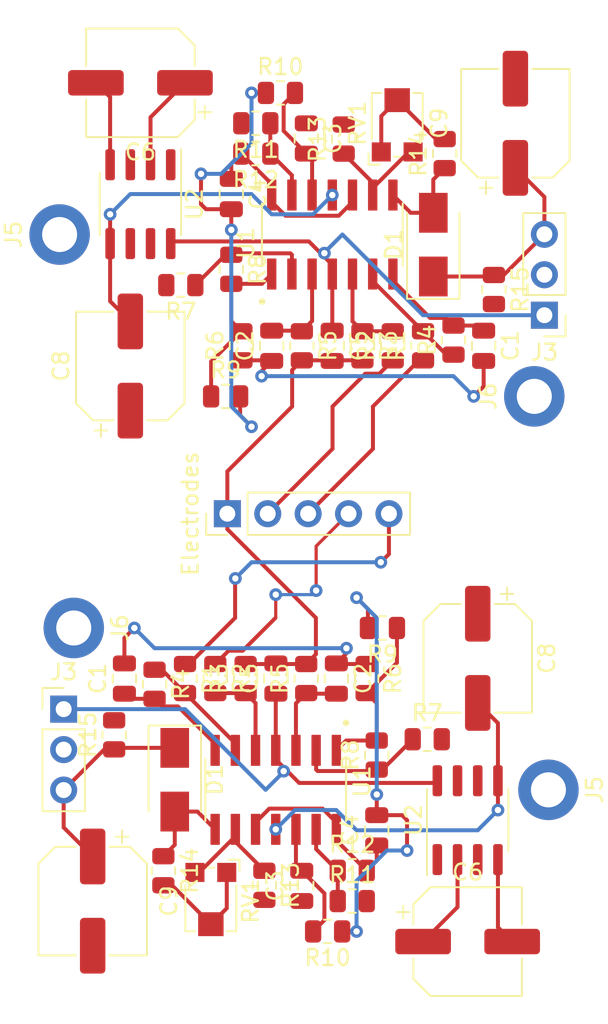
<source format=kicad_pcb>
(kicad_pcb (version 20211014) (generator pcbnew)
  (layers (0 "F.Cu" signal) (31 "B.Cu" signal) (34 "B.Paste" user) (35 "F.Paste" user) (36 "B.SilkS" user "B.Silkscreen") (37 "F.SilkS" user "F.Silkscreen") (38 "B.Mask" user) (39 "F.Mask" user) (44 "Edge.Cuts" user))
  (net 0 "")
  (footprint "Potentiometer_SMD:Potentiometer_Bourns_TC33X_Vertical" (layer "F.Cu") (at 145.812 40.005 90)
    (fp_text reference "RV1" (at 0 -2.5 90) (layer "F.SilkS"))
    (fp_text value "100k")
    (pad "1" smd rect (at -1.8 -1 90) (size 1.2 1.2) (layers "F.Cu" "F.Paste" "F.Mask"))
    (pad "2" smd rect (at 1.45 0 90) (size 1.5 1.6) (layers "F.Cu" "F.Paste" "F.Mask"))
    (pad "3" smd rect (at -1.8 1 90) (size 1.2 1.2) (layers "F.Cu" "F.Paste" "F.Mask"))
  )
  (footprint "Capacitor_SMD:C_0805_2012Metric" (layer "F.Cu") (at 138.186 74.865 90)
    (fp_text reference "C5" (at 0 -1.68 90) (layer "F.SilkS"))
    (fp_text value "100n")
    (pad "1" smd roundrect (at -0.95 0 90) (size 1 1.45) (layers "F.Cu" "F.Paste" "F.Mask"))
    (pad "2" smd roundrect (at 0.95 0 90) (size 1 1.45) (layers "F.Cu" "F.Paste" "F.Mask"))
  )
  (footprint "Resistor_SMD:R_0805_2012Metric" (layer "F.Cu") (at 136.922 40.005 180)
    (fp_text reference "R11" (at 0 -1.65) (layer "F.SilkS"))
    (fp_text value "18k")
    (pad "1" smd roundrect (at -0.9125 0 180) (size 1.025 1.4) (layers "F.Cu" "F.Paste" "F.Mask") (roundrect_rratio 0.243902439))
    (pad "2" smd roundrect (at 0.9125 0 180) (size 1.025 1.4) (layers "F.Cu" "F.Paste" "F.Mask") (roundrect_rratio 0.243902439))
  )
  (footprint "Resistor_SMD:R_0805_2012Metric" (layer "F.Cu") (at 145.532 53.975 90)
    (fp_text reference "R2" (at 0 -1.65 90) (layer "F.SilkS"))
    (fp_text value "1k")
    (pad "1" smd roundrect (at -0.9125 0 90) (size 1.025 1.4) (layers "F.Cu" "F.Paste" "F.Mask") (roundrect_rratio 0.243902439))
    (pad "2" smd roundrect (at 0.9125 0 90) (size 1.025 1.4) (layers "F.Cu" "F.Paste" "F.Mask") (roundrect_rratio 0.243902439))
  )
  (footprint "Package_SO:SOIC-8_3.9x4.9mm_P1.27mm" (layer "F.Cu") (at 129.667 45.085 -90)
    (fp_text reference "U2" (at 0 -3.4 90) (layer "F.SilkS"))
    (fp_text value "ICL7660")
    (pad "1" smd roundrect (at -2.475 -1.905 270) (size 1.95 0.6) (layers "F.Cu" "F.Paste" "F.Mask"))
    (pad "2" smd roundrect (at -2.475 -0.635 270) (size 1.95 0.6) (layers "F.Cu" "F.Paste" "F.Mask"))
    (pad "3" smd roundrect (at -2.475 0.635 270) (size 1.95 0.6) (layers "F.Cu" "F.Paste" "F.Mask"))
    (pad "4" smd roundrect (at -2.475 1.905 270) (size 1.95 0.6) (layers "F.Cu" "F.Paste" "F.Mask"))
    (pad "5" smd roundrect (at 2.475 1.905 270) (size 1.95 0.6) (layers "F.Cu" "F.Paste" "F.Mask"))
    (pad "6" smd roundrect (at 2.475 0.635 270) (size 1.95 0.6) (layers "F.Cu" "F.Paste" "F.Mask"))
    (pad "7" smd roundrect (at 2.475 -0.635 270) (size 1.95 0.6) (layers "F.Cu" "F.Paste" "F.Mask"))
    (pad "8" smd roundrect (at 2.475 -1.905 270) (size 1.95 0.6) (layers "F.Cu" "F.Paste" "F.Mask"))
  )
  (footprint "Capacitor_SMD:C_0805_2012Metric" (layer "F.Cu") (at 144.526 84.39 90)
    (fp_text reference "C4" (at 0 -1.68 90) (layer "F.SilkS"))
    (fp_text value "330n")
    (pad "1" smd roundrect (at -0.95 0 90) (size 1 1.45) (layers "F.Cu" "F.Paste" "F.Mask"))
    (pad "2" smd roundrect (at 0.95 0 90) (size 1 1.45) (layers "F.Cu" "F.Paste" "F.Mask"))
  )
  (footprint "Resistor_SMD:R_0805_2012Metric" (layer "F.Cu") (at 138.4695 38.1)
    (fp_text reference "R10" (at 0 -1.65) (layer "F.SilkS"))
    (fp_text value "1k")
    (pad "1" smd roundrect (at -0.9125 0) (size 1.025 1.4) (layers "F.Cu" "F.Paste" "F.Mask") (roundrect_rratio 0.243902439))
    (pad "2" smd roundrect (at 0.9125 0) (size 1.025 1.4) (layers "F.Cu" "F.Paste" "F.Mask") (roundrect_rratio 0.243902439))
  )
  (footprint "Resistor_SMD:R_0805_2012Metric" (layer "F.Cu") (at 147.701 78.675)
    (fp_text reference "R7" (at 0 -1.65) (layer "F.SilkS"))
    (fp_text value "18k")
    (pad "1" smd roundrect (at -0.9125 0) (size 1.025 1.4) (layers "F.Cu" "F.Paste" "F.Mask") (roundrect_rratio 0.243902439))
    (pad "2" smd roundrect (at 0.9125 0) (size 1.025 1.4) (layers "F.Cu" "F.Paste" "F.Mask") (roundrect_rratio 0.243902439))
  )
  (footprint "Resistor_SMD:R_0805_2012Metric" (layer "F.Cu") (at 131.111 86.93 -90)
    (fp_text reference "R14" (at 0 -1.65 90) (layer "F.SilkS"))
    (fp_text value "47k")
    (pad "1" smd roundrect (at -0.9125 0 270) (size 1.025 1.4) (layers "F.Cu" "F.Paste" "F.Mask") (roundrect_rratio 0.243902439))
    (pad "2" smd roundrect (at 0.9125 0 270) (size 1.025 1.4) (layers "F.Cu" "F.Paste" "F.Mask") (roundrect_rratio 0.243902439))
  )
  (footprint "Capacitor_SMD:C_0805_2012Metric" (layer "F.Cu") (at 141.986 74.865 -90)
    (fp_text reference "C2" (at 0 -1.68 90) (layer "F.SilkS"))
    (fp_text value "470n")
    (pad "1" smd roundrect (at -0.95 0 270) (size 1 1.45) (layers "F.Cu" "F.Paste" "F.Mask"))
    (pad "2" smd roundrect (at 0.95 0 270) (size 1 1.45) (layers "F.Cu" "F.Paste" "F.Mask"))
  )
  (footprint "Resistor_SMD:R_0805_2012Metric" (layer "F.Cu") (at 142.986 86.93)
    (fp_text reference "R12" (at 0 -1.65) (layer "F.SilkS"))
    (fp_text value "10k")
    (pad "1" smd roundrect (at -0.9125 0) (size 1.025 1.4) (layers "F.Cu" "F.Paste" "F.Mask") (roundrect_rratio 0.243902439))
    (pad "2" smd roundrect (at 0.9125 0) (size 1.025 1.4) (layers "F.Cu" "F.Paste" "F.Mask") (roundrect_rratio 0.243902439))
  )
  (footprint "Resistor_SMD:R_0805_2012Metric" (layer "F.Cu") (at 139.817 53.975 -90)
    (fp_text reference "R5" (at 0 -1.65 90) (layer "F.SilkS"))
    (fp_text value "15k")
    (pad "1" smd roundrect (at -0.9125 0 270) (size 1.025 1.4) (layers "F.Cu" "F.Paste" "F.Mask") (roundrect_rratio 0.243902439))
    (pad "2" smd roundrect (at 0.9125 0 270) (size 1.025 1.4) (layers "F.Cu" "F.Paste" "F.Mask") (roundrect_rratio 0.243902439))
  )
  (footprint "Capacitor_SMD:C_0805_2012Metric" (layer "F.Cu") (at 128.661 74.865 90)
    (fp_text reference "C1" (at 0 -1.68 90) (layer "F.SilkS"))
    (fp_text value "470n")
    (pad "1" smd roundrect (at -0.95 0 90) (size 1 1.45) (layers "F.Cu" "F.Paste" "F.Mask"))
    (pad "2" smd roundrect (at 0.95 0 90) (size 1 1.45) (layers "F.Cu" "F.Paste" "F.Mask"))
  )
  (footprint "Capacitor_SMD:CP_Elec_6.3x5.4" (layer "F.Cu") (at 126.666 88.835 -90)
    (fp_text reference "C9" (at 0 -4.795 90) (layer "F.SilkS"))
    (fp_text value "10u")
    (pad "1" smd roundrect (at -2.8 0 270) (size 3.5 1.6) (layers "F.Cu" "F.Paste" "F.Mask") (roundrect_rratio 0.15625))
    (pad "2" smd roundrect (at 2.8 0 270) (size 3.5 1.6) (layers "F.Cu" "F.Paste" "F.Mask") (roundrect_rratio 0.15625))
  )
  (footprint "Diode_SMD:D_SMA" (layer "F.Cu") (at 148.082 47.625 90)
    (fp_text reference "D1" (at 0 -2.5 90) (layer "F.SilkS"))
    (fp_text value "SS14")
    (pad "1" smd rect (at -2 0 90) (size 2.5 1.8) (layers "F.Cu" "F.Paste" "F.Mask"))
    (pad "2" smd rect (at 2 0 90) (size 2.5 1.8) (layers "F.Cu" "F.Paste" "F.Mask"))
  )
  (footprint "Resistor_SMD:R_0805_2012Metric" (layer "F.Cu") (at 151.892 50.4425 -90)
    (fp_text reference "R15" (at 0 -1.65 90) (layer "F.SilkS"))
    (fp_text value "18k")
    (pad "1" smd roundrect (at -0.9125 0 270) (size 1.025 1.4) (layers "F.Cu" "F.Paste" "F.Mask") (roundrect_rratio 0.243902439))
    (pad "2" smd roundrect (at 0.9125 0 270) (size 1.025 1.4) (layers "F.Cu" "F.Paste" "F.Mask") (roundrect_rratio 0.243902439))
  )
  (footprint "Capacitor_SMD:C_0805_2012Metric" (layer "F.Cu") (at 151.247 53.975 -90)
    (fp_text reference "C1" (at 0 -1.68 90) (layer "F.SilkS"))
    (fp_text value "470n")
    (pad "1" smd roundrect (at -0.95 0 270) (size 1 1.45) (layers "F.Cu" "F.Paste" "F.Mask"))
    (pad "2" smd roundrect (at 0.95 0 270) (size 1 1.45) (layers "F.Cu" "F.Paste" "F.Mask"))
  )
  (footprint "Resistor_SMD:R_0805_2012Metric" (layer "F.Cu") (at 128.016 78.3975 90)
    (fp_text reference "R15" (at 0 -1.65 90) (layer "F.SilkS"))
    (fp_text value "18k")
    (pad "1" smd roundrect (at -0.9125 0 90) (size 1.025 1.4) (layers "F.Cu" "F.Paste" "F.Mask") (roundrect_rratio 0.243902439))
    (pad "2" smd roundrect (at 0.9125 0 90) (size 1.025 1.4) (layers "F.Cu" "F.Paste" "F.Mask") (roundrect_rratio 0.243902439))
  )
  (footprint "Resistor_SMD:R_0805_2012Metric" (layer "F.Cu") (at 142.986 88.835)
    (fp_text reference "R11" (at 0 -1.65) (layer "F.SilkS"))
    (fp_text value "18k")
    (pad "1" smd roundrect (at -0.9125 0) (size 1.025 1.4) (layers "F.Cu" "F.Paste" "F.Mask") (roundrect_rratio 0.243902439))
    (pad "2" smd roundrect (at 0.9125 0) (size 1.025 1.4) (layers "F.Cu" "F.Paste" "F.Mask") (roundrect_rratio 0.243902439))
  )
  (footprint "Resistor_SMD:R_0805_2012Metric" (layer "F.Cu") (at 147.437 53.975 90)
    (fp_text reference "R1" (at 0 -1.65 90) (layer "F.SilkS"))
    (fp_text value "1k")
    (pad "1" smd roundrect (at -0.9125 0 90) (size 1.025 1.4) (layers "F.Cu" "F.Paste" "F.Mask") (roundrect_rratio 0.243902439))
    (pad "2" smd roundrect (at 0.9125 0 90) (size 1.025 1.4) (layers "F.Cu" "F.Paste" "F.Mask") (roundrect_rratio 0.243902439))
  )
  (footprint "Capacitor_SMD:CP_Elec_6.3x5.4" (layer "F.Cu") (at 129.032 55.245 90)
    (fp_text reference "C8" (at 0 -4.35 90) (layer "F.SilkS"))
    (fp_text value "10u")
    (pad "1" smd roundrect (at -2.8 0 90) (size 3.5 1.6) (layers "F.Cu" "F.Paste" "F.Mask") (roundrect_rratio 0.15625))
    (pad "2" smd roundrect (at 2.8 0 90) (size 3.5 1.6) (layers "F.Cu" "F.Paste" "F.Mask") (roundrect_rratio 0.15625))
  )
  (footprint "MountingHole:MountingHole_2.2mm_M2_DIN965_Pad" (layer "F.Cu") (at 124.587 46.99 90)
    (fp_text reference "J5" (at 0 -2.9 90) (layer "F.SilkS"))
    (fp_text value "MountingHole")
    (pad "1" thru_hole circle (at 0 0 90) (size 3.8 3.8) (drill 2.2) (layers *.Cu *.Mask))
  )
  (footprint "Resistor_SMD:R_0805_2012Metric" (layer "F.Cu") (at 135.0245 57.15)
    (fp_text reference "R9" (at 0 -1.65) (layer "F.SilkS"))
    (fp_text value "1k")
    (pad "1" smd roundrect (at -0.9125 0) (size 1.025 1.4) (layers "F.Cu" "F.Paste" "F.Mask") (roundrect_rratio 0.243902439))
    (pad "2" smd roundrect (at 0.9125 0) (size 1.025 1.4) (layers "F.Cu" "F.Paste" "F.Mask") (roundrect_rratio 0.243902439))
  )
  (footprint "Capacitor_SMD:CP_Elec_6.3x5.4" (layer "F.Cu") (at 150.876 73.595 -90)
    (fp_text reference "C8" (at 0 -4.35 90) (layer "F.SilkS"))
    (fp_text value "10u")
    (pad "1" smd roundrect (at -2.8 0 270) (size 3.5 1.6) (layers "F.Cu" "F.Paste" "F.Mask") (roundrect_rratio 0.15625))
    (pad "2" smd roundrect (at 2.8 0 270) (size 3.5 1.6) (layers "F.Cu" "F.Paste" "F.Mask") (roundrect_rratio 0.15625))
  )
  (footprint "MountingHole:MountingHole_2.2mm_M2_DIN965_Pad" (layer "F.Cu") (at 154.432 57.15 90)
    (fp_text reference "J6" (at 0 -2.9 90) (layer "F.SilkS"))
    (fp_text value "MountingHole")
    (pad "1" thru_hole circle (at 0 0 90) (size 3.8 3.8) (drill 2.2) (layers *.Cu *.Mask))
  )
  (footprint "Capacitor_SMD:C_0805_2012Metric" (layer "F.Cu") (at 135.382 44.45 -90)
    (fp_text reference "C4" (at 0 -1.68 90) (layer "F.SilkS"))
    (fp_text value "330n")
    (pad "1" smd roundrect (at -0.95 0 270) (size 1 1.45) (layers "F.Cu" "F.Paste" "F.Mask"))
    (pad "2" smd roundrect (at 0.95 0 270) (size 1 1.45) (layers "F.Cu" "F.Paste" "F.Mask"))
  )
  (footprint "Resistor_SMD:R_0805_2012Metric" (layer "F.Cu") (at 143.891 74.865 -90)
    (fp_text reference "R6" (at 0 -1.65 90) (layer "F.SilkS"))
    (fp_text value "15k")
    (pad "1" smd roundrect (at -0.9125 0 270) (size 1.025 1.4) (layers "F.Cu" "F.Paste" "F.Mask") (roundrect_rratio 0.243902439))
    (pad "2" smd roundrect (at 0.9125 0 270) (size 1.025 1.4) (layers "F.Cu" "F.Paste" "F.Mask") (roundrect_rratio 0.243902439))
  )
  (footprint "Resistor_SMD:R_0805_2012Metric" (layer "F.Cu") (at 136.017 53.975 90)
    (fp_text reference "R6" (at 0 -1.65 90) (layer "F.SilkS"))
    (fp_text value "15k")
    (pad "1" smd roundrect (at -0.9125 0 90) (size 1.025 1.4) (layers "F.Cu" "F.Paste" "F.Mask") (roundrect_rratio 0.243902439))
    (pad "2" smd roundrect (at 0.9125 0 90) (size 1.025 1.4) (layers "F.Cu" "F.Paste" "F.Mask") (roundrect_rratio 0.243902439))
  )
  (footprint "Resistor_SMD:R_0805_2012Metric" (layer "F.Cu") (at 149.352 53.6175 90)
    (fp_text reference "R4" (at 0 -1.65 90) (layer "F.SilkS"))
    (fp_text value "47k")
    (pad "1" smd roundrect (at -0.9125 0 90) (size 1.025 1.4) (layers "F.Cu" "F.Paste" "F.Mask") (roundrect_rratio 0.243902439))
    (pad "2" smd roundrect (at 0.9125 0 90) (size 1.025 1.4) (layers "F.Cu" "F.Paste" "F.Mask") (roundrect_rratio 0.243902439))
  )
  (footprint "Resistor_SMD:R_0805_2012Metric" (layer "F.Cu") (at 140.091 74.865 90)
    (fp_text reference "R5" (at 0 -1.65 90) (layer "F.SilkS"))
    (fp_text value "15k")
    (pad "1" smd roundrect (at -0.9125 0 90) (size 1.025 1.4) (layers "F.Cu" "F.Paste" "F.Mask") (roundrect_rratio 0.243902439))
    (pad "2" smd roundrect (at 0.9125 0 90) (size 1.025 1.4) (layers "F.Cu" "F.Paste" "F.Mask") (roundrect_rratio 0.243902439))
  )
  (footprint "Resistor_SMD:R_0805_2012Metric" (layer "F.Cu") (at 136.922 41.91 180)
    (fp_text reference "R12" (at 0 -1.65) (layer "F.SilkS"))
    (fp_text value "10k")
    (pad "1" smd roundrect (at -0.9125 0 180) (size 1.025 1.4) (layers "F.Cu" "F.Paste" "F.Mask") (roundrect_rratio 0.243902439))
    (pad "2" smd roundrect (at 0.9125 0 180) (size 1.025 1.4) (layers "F.Cu" "F.Paste" "F.Mask") (roundrect_rratio 0.243902439))
  )
  (footprint "Capacitor_SMD:CP_Elec_6.3x5.4" (layer "F.Cu") (at 150.241 91.375)
    (fp_text reference "C6" (at 0 -4.35) (layer "F.SilkS"))
    (fp_text value "10u")
    (pad "1" smd roundrect (at -2.8 0) (size 3.5 1.6) (layers "F.Cu" "F.Paste" "F.Mask") (roundrect_rratio 0.15625))
    (pad "2" smd roundrect (at 2.8 0) (size 3.5 1.6) (layers "F.Cu" "F.Paste" "F.Mask") (roundrect_rratio 0.15625))
  )
  (footprint "Resistor_SMD:R_0805_2012Metric" (layer "F.Cu") (at 144.526 79.6675 90)
    (fp_text reference "R8" (at 0 -1.65 90) (layer "F.SilkS"))
    (fp_text value "10k")
    (pad "1" smd roundrect (at -0.9125 0 90) (size 1.025 1.4) (layers "F.Cu" "F.Paste" "F.Mask") (roundrect_rratio 0.243902439))
    (pad "2" smd roundrect (at 0.9125 0 90) (size 1.025 1.4) (layers "F.Cu" "F.Paste" "F.Mask") (roundrect_rratio 0.243902439))
  )
  (footprint "Resistor_SMD:R_0805_2012Metric" (layer "F.Cu") (at 134.376 74.865 -90)
    (fp_text reference "R2" (at 0 -1.65 90) (layer "F.SilkS"))
    (fp_text value "1k")
    (pad "1" smd roundrect (at -0.9125 0 270) (size 1.025 1.4) (layers "F.Cu" "F.Paste" "F.Mask") (roundrect_rratio 0.243902439))
    (pad "2" smd roundrect (at 0.9125 0 270) (size 1.025 1.4) (layers "F.Cu" "F.Paste" "F.Mask") (roundrect_rratio 0.243902439))
  )
  (footprint "Connector_PinHeader_2.54mm:PinHeader_1x05_P2.54mm_Vertical" (layer "F.Cu") (at 135.133 64.516 90)
    (fp_text reference "Electrodes" (at 0 -2.33 90) (layer "F.SilkS"))
    (fp_text value " ")
    (pad "1" thru_hole rect (at 0 0 90) (size 1.7 1.7) (drill 1) (layers *.Cu *.Mask))
    (pad "2" thru_hole oval (at 0 2.54 90) (size 1.7 1.7) (drill 1) (layers *.Cu *.Mask))
    (pad "3" thru_hole oval (at 0 5.08 90) (size 1.7 1.7) (drill 1) (layers *.Cu *.Mask))
    (pad "4" thru_hole oval (at 0 7.62 90) (size 1.7 1.7) (drill 1) (layers *.Cu *.Mask))
    (pad "5" thru_hole oval (at 0 10.16 90) (size 1.7 1.7) (drill 1) (layers *.Cu *.Mask))
  )
  (footprint "Resistor_SMD:R_0805_2012Metric" (layer "F.Cu") (at 143.627 53.975 -90)
    (fp_text reference "R3" (at 0 -1.65 90) (layer "F.SilkS"))
    (fp_text value "47k")
    (pad "1" smd roundrect (at -0.9125 0 270) (size 1.025 1.4) (layers "F.Cu" "F.Paste" "F.Mask") (roundrect_rratio 0.243902439))
    (pad "2" smd roundrect (at 0.9125 0 270) (size 1.025 1.4) (layers "F.Cu" "F.Paste" "F.Mask") (roundrect_rratio 0.243902439))
  )
  (footprint "Connector_PinHeader_2.54mm:PinHeader_1x03_P2.54mm_Vertical" (layer "F.Cu") (at 124.841 76.785)
    (fp_text reference "J3" (at 0 -2.33) (layer "F.SilkS"))
    (fp_text value "MCU_out")
    (pad "1" thru_hole rect (at 0 0) (size 1.7 1.7) (drill 1) (layers *.Cu *.Mask))
    (pad "2" thru_hole oval (at 0 2.54) (size 1.7 1.7) (drill 1) (layers *.Cu *.Mask))
    (pad "3" thru_hole oval (at 0 5.08) (size 1.7 1.7) (drill 1) (layers *.Cu *.Mask))
  )
  (footprint "Resistor_SMD:R_0805_2012Metric" (layer "F.Cu") (at 135.382 49.1725 -90)
    (fp_text reference "R8" (at 0 -1.65 90) (layer "F.SilkS"))
    (fp_text value "10k")
    (pad "1" smd roundrect (at -0.9125 0 270) (size 1.025 1.4) (layers "F.Cu" "F.Paste" "F.Mask") (roundrect_rratio 0.243902439))
    (pad "2" smd roundrect (at 0.9125 0 270) (size 1.025 1.4) (layers "F.Cu" "F.Paste" "F.Mask") (roundrect_rratio 0.243902439))
  )
  (footprint "Resistor_SMD:R_0805_2012Metric" (layer "F.Cu") (at 130.556 75.2225 -90)
    (fp_text reference "R4" (at 0 -1.65 90) (layer "F.SilkS"))
    (fp_text value "47k")
    (pad "1" smd roundrect (at -0.9125 0 270) (size 1.025 1.4) (layers "F.Cu" "F.Paste" "F.Mask") (roundrect_rratio 0.243902439))
    (pad "2" smd roundrect (at 0.9125 0 270) (size 1.025 1.4) (layers "F.Cu" "F.Paste" "F.Mask") (roundrect_rratio 0.243902439))
  )
  (footprint "Resistor_SMD:R_0805_2012Metric" (layer "F.Cu") (at 144.8835 71.69 180)
    (fp_text reference "R9" (at 0 -1.65) (layer "F.SilkS"))
    (fp_text value "1k")
    (pad "1" smd roundrect (at -0.9125 0 180) (size 1.025 1.4) (layers "F.Cu" "F.Paste" "F.Mask") (roundrect_rratio 0.243902439))
    (pad "2" smd roundrect (at 0.9125 0 180) (size 1.025 1.4) (layers "F.Cu" "F.Paste" "F.Mask") (roundrect_rratio 0.243902439))
  )
  (footprint "Capacitor_SMD:C_0805_2012Metric" (layer "F.Cu") (at 141.722 53.975 -90)
    (fp_text reference "C5" (at 0 -1.68 90) (layer "F.SilkS"))
    (fp_text value "100n")
    (pad "1" smd roundrect (at -0.95 0 270) (size 1 1.45) (layers "F.Cu" "F.Paste" "F.Mask"))
    (pad "2" smd roundrect (at 0.95 0 270) (size 1 1.45) (layers "F.Cu" "F.Paste" "F.Mask"))
  )
  (footprint "Resistor_SMD:R_0805_2012Metric" (layer "F.Cu") (at 148.797 41.91 90)
    (fp_text reference "R14" (at 0 -1.65 90) (layer "F.SilkS"))
    (fp_text value "47k")
    (pad "1" smd roundrect (at -0.9125 0 90) (size 1.025 1.4) (layers "F.Cu" "F.Paste" "F.Mask") (roundrect_rratio 0.243902439))
    (pad "2" smd roundrect (at 0.9125 0 90) (size 1.025 1.4) (layers "F.Cu" "F.Paste" "F.Mask") (roundrect_rratio 0.243902439))
  )
  (footprint "MountingHole:MountingHole_2.2mm_M2_DIN965_Pad" (layer "F.Cu") (at 155.321 81.85 -90)
    (fp_text reference "J5" (at 0 -2.9 90) (layer "F.SilkS"))
    (fp_text value "MountingHole")
    (pad "1" thru_hole circle (at 0 0 270) (size 3.8 3.8) (drill 2.2) (layers *.Cu *.Mask))
  )
  (footprint "MountingHole:MountingHole_2.2mm_M2_DIN965_Pad" (layer "F.Cu") (at 125.476 71.69 -90)
    (fp_text reference "J6" (at 0 -2.9 90) (layer "F.SilkS"))
    (fp_text value "MountingHole")
    (pad "1" thru_hole circle (at 0 0 270) (size 3.8 3.8) (drill 2.2) (layers *.Cu *.Mask))
  )
  (footprint "SOIC14 5:SOIC127P600X175-14N" (layer "F.Cu") (at 141.732 46.99 90)
    (fp_text reference "U1" (at -0.53 -5.432 90) (layer "F.SilkS"))
    (fp_text value "LM324")
    (pad "1" smd roundrect (at -2.48 -3.81 90) (size 1.95 0.59) (layers "F.Cu" "F.Paste" "F.Mask") (roundrect_rratio 0.07))
    (pad "2" smd roundrect (at -2.48 -2.54 90) (size 1.95 0.59) (layers "F.Cu" "F.Paste" "F.Mask") (roundrect_rratio 0.07))
    (pad "3" smd roundrect (at -2.48 -1.27 90) (size 1.95 0.59) (layers "F.Cu" "F.Paste" "F.Mask") (roundrect_rratio 0.07))
    (pad "4" smd roundrect (at -2.48 0 90) (size 1.95 0.59) (layers "F.Cu" "F.Paste" "F.Mask") (roundrect_rratio 0.07))
    (pad "5" smd roundrect (at -2.48 1.27 90) (size 1.95 0.59) (layers "F.Cu" "F.Paste" "F.Mask") (roundrect_rratio 0.07))
    (pad "6" smd roundrect (at -2.48 2.54 90) (size 1.95 0.59) (layers "F.Cu" "F.Paste" "F.Mask") (roundrect_rratio 0.07))
    (pad "7" smd roundrect (at -2.48 3.81 90) (size 1.95 0.59) (layers "F.Cu" "F.Paste" "F.Mask") (roundrect_rratio 0.07))
    (pad "8" smd roundrect (at 2.48 3.81 90) (size 1.95 0.59) (layers "F.Cu" "F.Paste" "F.Mask") (roundrect_rratio 0.07))
    (pad "9" smd roundrect (at 2.48 2.54 90) (size 1.95 0.59) (layers "F.Cu" "F.Paste" "F.Mask") (roundrect_rratio 0.07))
    (pad "10" smd roundrect (at 2.48 1.27 90) (size 1.95 0.59) (layers "F.Cu" "F.Paste" "F.Mask") (roundrect_rratio 0.07))
    (pad "11" smd roundrect (at 2.48 0 90) (size 1.95 0.59) (layers "F.Cu" "F.Paste" "F.Mask") (roundrect_rratio 0.07))
    (pad "12" smd roundrect (at 2.48 -1.27 90) (size 1.95 0.59) (layers "F.Cu" "F.Paste" "F.Mask") (roundrect_rratio 0.07))
    (pad "13" smd roundrect (at 2.48 -2.54 90) (size 1.95 0.59) (layers "F.Cu" "F.Paste" "F.Mask") (roundrect_rratio 0.07))
    (pad "14" smd roundrect (at 2.48 -3.81 90) (size 1.95 0.59) (layers "F.Cu" "F.Paste" "F.Mask") (roundrect_rratio 0.07))
  )
  (footprint "Resistor_SMD:R_0805_2012Metric" (layer "F.Cu") (at 132.207 50.165 180)
    (fp_text reference "R7" (at 0 -1.65) (layer "F.SilkS"))
    (fp_text value "18k")
    (pad "1" smd roundrect (at -0.9125 0 180) (size 1.025 1.4) (layers "F.Cu" "F.Paste" "F.Mask") (roundrect_rratio 0.243902439))
    (pad "2" smd roundrect (at 0.9125 0 180) (size 1.025 1.4) (layers "F.Cu" "F.Paste" "F.Mask") (roundrect_rratio 0.243902439))
  )
  (footprint "Diode_SMD:D_SMA" (layer "F.Cu") (at 131.826 81.215 -90)
    (fp_text reference "D1" (at 0 -2.5 90) (layer "F.SilkS"))
    (fp_text value "SS14")
    (pad "1" smd rect (at -2 0 270) (size 2.5 1.8) (layers "F.Cu" "F.Paste" "F.Mask"))
    (pad "2" smd rect (at 2 0 270) (size 2.5 1.8) (layers "F.Cu" "F.Paste" "F.Mask"))
  )
  (footprint "Capacitor_SMD:CP_Elec_6.3x5.4" (layer "F.Cu") (at 129.667 37.465 180)
    (fp_text reference "C6" (at 0 -4.35) (layer "F.SilkS"))
    (fp_text value "10u")
    (pad "1" smd roundrect (at -2.8 0 180) (size 3.5 1.6) (layers "F.Cu" "F.Paste" "F.Mask") (roundrect_rratio 0.15625))
    (pad "2" smd roundrect (at 2.8 0 180) (size 3.5 1.6) (layers "F.Cu" "F.Paste" "F.Mask") (roundrect_rratio 0.15625))
  )
  (footprint "Resistor_SMD:R_0805_2012Metric" (layer "F.Cu") (at 141.4385 90.74 180)
    (fp_text reference "R10" (at 0 -1.65) (layer "F.SilkS"))
    (fp_text value "1k")
    (pad "1" smd roundrect (at -0.9125 0 180) (size 1.025 1.4) (layers "F.Cu" "F.Paste" "F.Mask") (roundrect_rratio 0.243902439))
    (pad "2" smd roundrect (at 0.9125 0 180) (size 1.025 1.4) (layers "F.Cu" "F.Paste" "F.Mask") (roundrect_rratio 0.243902439))
  )
  (footprint "Package_SO:SOIC-8_3.9x4.9mm_P1.27mm" (layer "F.Cu") (at 150.241 83.755 90)
    (fp_text reference "U2" (at 0 -3.4 90) (layer "F.SilkS"))
    (fp_text value "ICL7660")
    (pad "1" smd roundrect (at -2.475 -1.905 90) (size 1.95 0.6) (layers "F.Cu" "F.Paste" "F.Mask"))
    (pad "2" smd roundrect (at -2.475 -0.635 90) (size 1.95 0.6) (layers "F.Cu" "F.Paste" "F.Mask"))
    (pad "3" smd roundrect (at -2.475 0.635 90) (size 1.95 0.6) (layers "F.Cu" "F.Paste" "F.Mask"))
    (pad "4" smd roundrect (at -2.475 1.905 90) (size 1.95 0.6) (layers "F.Cu" "F.Paste" "F.Mask"))
    (pad "5" smd roundrect (at 2.475 1.905 90) (size 1.95 0.6) (layers "F.Cu" "F.Paste" "F.Mask"))
    (pad "6" smd roundrect (at 2.475 0.635 90) (size 1.95 0.6) (layers "F.Cu" "F.Paste" "F.Mask"))
    (pad "7" smd roundrect (at 2.475 -0.635 90) (size 1.95 0.6) (layers "F.Cu" "F.Paste" "F.Mask"))
    (pad "8" smd roundrect (at 2.475 -1.905 90) (size 1.95 0.6) (layers "F.Cu" "F.Paste" "F.Mask"))
  )
  (footprint "Capacitor_SMD:CP_Elec_6.3x5.4" (layer "F.Cu") (at 153.242 40.005 90)
    (fp_text reference "C9" (at 0 -4.795 90) (layer "F.SilkS"))
    (fp_text value "10u")
    (pad "1" smd roundrect (at -2.8 0 90) (size 3.5 1.6) (layers "F.Cu" "F.Paste" "F.Mask") (roundrect_rratio 0.15625))
    (pad "2" smd roundrect (at 2.8 0 90) (size 3.5 1.6) (layers "F.Cu" "F.Paste" "F.Mask") (roundrect_rratio 0.15625))
  )
  (footprint "Capacitor_SMD:C_0805_2012Metric" (layer "F.Cu") (at 139.811 87.88 90)
    (fp_text reference "C3" (at 0 -1.68 90) (layer "F.SilkS"))
    (fp_text value "330n")
    (pad "1" smd roundrect (at -0.95 0 90) (size 1 1.45) (layers "F.Cu" "F.Paste" "F.Mask"))
    (pad "2" smd roundrect (at 0.95 0 90) (size 1 1.45) (layers "F.Cu" "F.Paste" "F.Mask"))
  )
  (footprint "Resistor_SMD:R_0805_2012Metric" (layer "F.Cu") (at 142.447 40.9975 90)
    (fp_text reference "R13" (at 0 -1.65 90) (layer "F.SilkS"))
    (fp_text value "1k")
    (pad "1" smd roundrect (at -0.9125 0 90) (size 1.025 1.4) (layers "F.Cu" "F.Paste" "F.Mask") (roundrect_rratio 0.243902439))
    (pad "2" smd roundrect (at 0.9125 0 90) (size 1.025 1.4) (layers "F.Cu" "F.Paste" "F.Mask") (roundrect_rratio 0.243902439))
  )
  (footprint "Capacitor_SMD:C_0805_2012Metric" (layer "F.Cu") (at 140.097 40.96 -90)
    (fp_text reference "C3" (at 0 -1.68 90) (layer "F.SilkS"))
    (fp_text value "330n")
    (pad "1" smd roundrect (at -0.95 0 270) (size 1 1.45) (layers "F.Cu" "F.Paste" "F.Mask"))
    (pad "2" smd roundrect (at 0.95 0 270) (size 1 1.45) (layers "F.Cu" "F.Paste" "F.Mask"))
  )
  (footprint "SOIC14 5:SOIC127P600X175-14N" (layer "F.Cu") (at 138.176 81.85 -90)
    (fp_text reference "U1" (at -0.53 -5.432 90) (layer "F.SilkS"))
    (fp_text value "LM324")
    (pad "1" smd roundrect (at -2.48 -3.81 270) (size 1.95 0.59) (layers "F.Cu" "F.Paste" "F.Mask") (roundrect_rratio 0.07))
    (pad "2" smd roundrect (at -2.48 -2.54 270) (size 1.95 0.59) (layers "F.Cu" "F.Paste" "F.Mask") (roundrect_rratio 0.07))
    (pad "3" smd roundrect (at -2.48 -1.27 270) (size 1.95 0.59) (layers "F.Cu" "F.Paste" "F.Mask") (roundrect_rratio 0.07))
    (pad "4" smd roundrect (at -2.48 0 270) (size 1.95 0.59) (layers "F.Cu" "F.Paste" "F.Mask") (roundrect_rratio 0.07))
    (pad "5" smd roundrect (at -2.48 1.27 270) (size 1.95 0.59) (layers "F.Cu" "F.Paste" "F.Mask") (roundrect_rratio 0.07))
    (pad "6" smd roundrect (at -2.48 2.54 270) (size 1.95 0.59) (layers "F.Cu" "F.Paste" "F.Mask") (roundrect_rratio 0.07))
    (pad "7" smd roundrect (at -2.48 3.81 270) (size 1.95 0.59) (layers "F.Cu" "F.Paste" "F.Mask") (roundrect_rratio 0.07))
    (pad "8" smd roundrect (at 2.48 3.81 270) (size 1.95 0.59) (layers "F.Cu" "F.Paste" "F.Mask") (roundrect_rratio 0.07))
    (pad "9" smd roundrect (at 2.48 2.54 270) (size 1.95 0.59) (layers "F.Cu" "F.Paste" "F.Mask") (roundrect_rratio 0.07))
    (pad "10" smd roundrect (at 2.48 1.27 270) (size 1.95 0.59) (layers "F.Cu" "F.Paste" "F.Mask") (roundrect_rratio 0.07))
    (pad "11" smd roundrect (at 2.48 0 270) (size 1.95 0.59) (layers "F.Cu" "F.Paste" "F.Mask") (roundrect_rratio 0.07))
    (pad "12" smd roundrect (at 2.48 -1.27 270) (size 1.95 0.59) (layers "F.Cu" "F.Paste" "F.Mask") (roundrect_rratio 0.07))
    (pad "13" smd roundrect (at 2.48 -2.54 270) (size 1.95 0.59) (layers "F.Cu" "F.Paste" "F.Mask") (roundrect_rratio 0.07))
    (pad "14" smd roundrect (at 2.48 -3.81 270) (size 1.95 0.59) (layers "F.Cu" "F.Paste" "F.Mask") (roundrect_rratio 0.07))
  )
  (footprint "Potentiometer_SMD:Potentiometer_Bourns_TC33X_Vertical" (layer "F.Cu") (at 134.096 88.835 -90)
    (fp_text reference "RV1" (at 0 -2.5 90) (layer "F.SilkS"))
    (fp_text value "100k")
    (pad "1" smd rect (at -1.8 -1 270) (size 1.2 1.2) (layers "F.Cu" "F.Paste" "F.Mask"))
    (pad "2" smd rect (at 1.45 0 270) (size 1.5 1.6) (layers "F.Cu" "F.Paste" "F.Mask"))
    (pad "3" smd rect (at -1.8 1 270) (size 1.2 1.2) (layers "F.Cu" "F.Paste" "F.Mask"))
  )
  (footprint "Capacitor_SMD:C_0805_2012Metric" (layer "F.Cu") (at 137.922 53.975 90)
    (fp_text reference "C2" (at 0 -1.68 90) (layer "F.SilkS"))
    (fp_text value "470n")
    (pad "1" smd roundrect (at -0.95 0 90) (size 1 1.45) (layers "F.Cu" "F.Paste" "F.Mask"))
    (pad "2" smd roundrect (at 0.95 0 90) (size 1 1.45) (layers "F.Cu" "F.Paste" "F.Mask"))
  )
  (footprint "Resistor_SMD:R_0805_2012Metric" (layer "F.Cu") (at 136.281 74.865 90)
    (fp_text reference "R3" (at 0 -1.65 90) (layer "F.SilkS"))
    (fp_text value "47k")
    (pad "1" smd roundrect (at -0.9125 0 90) (size 1.025 1.4) (layers "F.Cu" "F.Paste" "F.Mask") (roundrect_rratio 0.243902439))
    (pad "2" smd roundrect (at 0.9125 0 90) (size 1.025 1.4) (layers "F.Cu" "F.Paste" "F.Mask") (roundrect_rratio 0.243902439))
  )
  (footprint "Resistor_SMD:R_0805_2012Metric" (layer "F.Cu") (at 132.471 74.865 -90)
    (fp_text reference "R1" (at 0 -1.65 90) (layer "F.SilkS"))
    (fp_text value "1k")
    (pad "1" smd roundrect (at -0.9125 0 270) (size 1.025 1.4) (layers "F.Cu" "F.Paste" "F.Mask") (roundrect_rratio 0.243902439))
    (pad "2" smd roundrect (at 0.9125 0 270) (size 1.025 1.4) (layers "F.Cu" "F.Paste" "F.Mask") (roundrect_rratio 0.243902439))
  )
  (footprint "Resistor_SMD:R_0805_2012Metric" (layer "F.Cu") (at 137.461 87.8425 -90)
    (fp_text reference "R13" (at 0 -1.65 90) (layer "F.SilkS"))
    (fp_text value "1k")
    (pad "1" smd roundrect (at -0.9125 0 270) (size 1.025 1.4) (layers "F.Cu" "F.Paste" "F.Mask") (roundrect_rratio 0.243902439))
    (pad "2" smd roundrect (at 0.9125 0 270) (size 1.025 1.4) (layers "F.Cu" "F.Paste" "F.Mask") (roundrect_rratio 0.243902439))
  )
  (footprint "Connector_PinHeader_2.54mm:PinHeader_1x03_P2.54mm_Vertical" (layer "F.Cu") (at 155.067 52.055 180)
    (fp_text reference "J3" (at 0 -2.33) (layer "F.SilkS"))
    (fp_text value "MCU_out")
    (pad "1" thru_hole rect (at 0 0 180) (size 1.7 1.7) (drill 1) (layers *.Cu *.Mask))
    (pad "2" thru_hole oval (at 0 2.54 180) (size 1.7 1.7) (drill 1) (layers *.Cu *.Mask))
    (pad "3" thru_hole oval (at 0 5.08 180) (size 1.7 1.7) (drill 1) (layers *.Cu *.Mask))
  )
  (segment (start 131.111 86.0175) (end 131.826 85.3025) (width 0.25) (layer "F.Cu") (net 0))
  (segment (start 135.937 57.15) (end 135.937 58.34) (width 0.25) (layer "F.Cu") (net 0))
  (segment (start 146.431 83.755) (end 146.116 83.44) (width 0.25) (layer "F.Cu") (net 0))
  (segment (start 141.986 84.33) (end 141.986 85.0175) (width 0.25) (layer "F.Cu") (net 0))
  (segment (start 141.986 85.0175) (end 143.8985 86.93) (width 0.25) (layer "F.Cu") (net 0))
  (segment (start 143.002 44.945426) (end 142.137426 45.81) (width 0.25) (layer "F.Cu") (net 0))
  (segment (start 148.336 81.28) (end 148.1985 81.4175) (width 0.25) (layer "F.Cu") (net 0))
  (segment (start 128.661 73.915) (end 128.661 72.315) (width 0.25) (layer "F.Cu") (net 0))
  (segment (start 147.882 52.225) (end 148.872 52.225) (width 0.25) (layer "F.Cu") (net 0))
  (segment (start 127.762 38.36) (end 127.762 42.61) (width 0.25) (layer "F.Cu") (net 0))
  (segment (start 135.133 65.487) (end 135.133 64.516) (width 0.25) (layer "F.Cu") (net 0))
  (segment (start 134.112 54.9675) (end 136.017 53.0625) (width 0.25) (layer "F.Cu") (net 0))
  (segment (start 144.8835 80.58) (end 144.526 80.58) (width 0.25) (layer "F.Cu") (net 0))
  (segment (start 140.462 44.51) (end 140.462 42.275) (width 0.25) (layer "F.Cu") (net 0))
  (segment (start 141.747 57.785) (end 143.807 55.725) (width 0.25) (layer "F.Cu") (net 0))
  (segment (start 134.366 84.33) (end 133.251 83.215) (width 0.25) (layer "F.Cu") (net 0))
  (segment (start 142.0235 73.9525) (end 141.986 73.915) (width 0.25) (layer "F.Cu") (net 0))
  (segment (start 135.937 58.34) (end 136.652 59.055) (width 0.25) (layer "F.Cu") (net 0))
  (segment (start 144.436 80.67) (end 140.806 80.67) (width 0.25) (layer "F.Cu") (net 0))
  (segment (start 146.431 85.66) (end 146.431 83.755) (width 0.25) (layer "F.Cu") (net 0))
  (segment (start 137.307 50.085) (end 137.922 49.47) (width 0.25) (layer "F.Cu") (net 0))
  (segment (start 137.461 86.93) (end 135.636 85.105) (width 0.25) (layer "F.Cu") (net 0))
  (segment (start 131.6535 87.8425) (end 134.096 90.285) (width 0.25) (layer "F.Cu") (net 0))
  (segment (start 155.067 46.975) (end 155.067 44.63) (width 0.25) (layer "F.Cu") (net 0))
  (segment (start 144.272 43.735) (end 144.272 44.51) (width 0.25) (layer "F.Cu") (net 0))
  (segment (start 144.526 76.4125) (end 143.891 75.7775) (width 0.25) (layer "F.Cu") (net 0))
  (segment (start 142.621 73.28) (end 141.986 73.915) (width 0.25) (layer "F.Cu") (net 0))
  (segment (start 144.272 44.51) (end 144.272 44.074574) (width 0.25) (layer "F.Cu") (net 0))
  (segment (start 143.971 71.69) (end 143.971 70.5) (width 0.25) (layer "F.Cu") (net 0))
  (segment (start 143.002 49.47) (end 143.002 52.4375) (width 0.25) (layer "F.Cu") (net 0))
  (segment (start 126.867 37.465) (end 127.762 38.36) (width 0.25) (layer "F.Cu") (net 0))
  (segment (start 138.176 75.825) (end 138.186 75.815) (width 0.25) (layer "F.Cu") (net 0))
  (segment (start 146.7885 78.675) (end 144.8835 80.58) (width 0.25) (layer "F.Cu") (net 0))
  (segment (start 144.6945 55.725) (end 145.532 54.8875) (width 0.25) (layer "F.Cu") (net 0))
  (segment (start 139.817 54.8875) (end 143.627 54.8875) (width 0.25) (layer "F.Cu") (net 0))
  (segment (start 146.541574 41.805) (end 146.812 41.805) (width 0.25) (layer "F.Cu") (net 0))
  (segment (start 139.192 43.2675) (end 139.192 44.51) (width 0.25) (layer "F.Cu") (net 0))
  (segment (start 141.121426 83.03) (end 141.986 83.894574) (width 0.25) (layer "F.Cu") (net 0))
  (segment (start 138.672 38.81) (end 139.382 38.1) (width 0.25) (layer "F.Cu") (net 0))
  (segment (start 144.272 49.47) (end 144.272 49.905426) (width 0.25) (layer "F.Cu") (net 0))
  (segment (start 128.016 79.31) (end 127.396 79.31) (width 0.25) (layer "F.Cu") (net 0))
  (segment (start 143.627 53.0625) (end 145.532 53.0625) (width 0.25) (layer "F.Cu") (net 0))
  (segment (start 146.657 45.625) (end 148.082 45.625) (width 0.25) (layer "F.Cu") (net 0))
  (segment (start 149.606 86.23) (end 149.606 89.21) (width 0.25) (layer "F.Cu") (net 0))
  (segment (start 140.716 80.58) (end 140.716 79.37) (width 0.25) (layer "F.Cu") (net 0))
  (segment (start 148.872 52.225) (end 149.352 52.705) (width 0.25) (layer "F.Cu") (net 0))
  (segment (start 128.981 76.135) (end 128.661 75.815) (width 0.25) (layer "F.Cu") (net 0))
  (segment (start 152.146 81.28) (end 152.146 83.12) (width 0.25) (layer "F.Cu") (net 0))
  (segment (start 137.287 55.88) (end 137.287 55.56) (width 0.25) (layer "F.Cu") (net 0))
  (segment (start 138.786574 45.81) (end 137.922 44.945426) (width 0.25) (layer "F.Cu") (net 0))
  (segment (start 136.281 75.7775) (end 134.376 75.7775) (width 0.25) (layer "F.Cu") (net 0))
  (segment (start 141.986 83.894574) (end 141.986 84.33) (width 0.25) (layer "F.Cu") (net 0))
  (segment (start 137.922 44.51) (end 137.922 43.8225) (width 0.25) (layer "F.Cu") (net 0))
  (segment (start 152.146 90.48) (end 152.146 86.23) (width 0.25) (layer "F.Cu") (net 0))
  (segment (start 140.1285 75.815) (end 140.091 75.7775) (width 0.25) (layer "F.Cu") (net 0))
  (segment (start 144.526 78.755) (end 144.526 76.4125) (width 0.25) (layer "F.Cu") (net 0))
  (segment (start 151.892 49.53) (end 152.512 49.53) (width 0.25) (layer "F.Cu") (net 0))
  (segment (start 142.447 41.91) (end 144.272 43.735) (width 0.25) (layer "F.Cu") (net 0))
  (segment (start 135.096 87.035) (end 135.096 89.285) (width 0.25) (layer "F.Cu") (net 0))
  (segment (start 136.101 73.115) (end 135.2135 73.115) (width 0.25) (layer "F.Cu") (net 0))
  (segment (start 133.477 45.085) (end 133.792 45.4) (width 0.25) (layer "F.Cu") (net 0))
  (segment (start 135.382 50.085) (end 137.307 50.085) (width 0.25) (layer "F.Cu") (net 0))
  (segment (start 143.891 73.9525) (end 142.0235 73.9525) (width 0.25) (layer "F.Cu") (net 0))
  (segment (start 124.841 81.865) (end 124.841 84.21) (width 0.25) (layer "F.Cu") (net 0))
  (segment (start 155.067 44.63) (end 153.242 42.805) (width 0.25) (layer "F.Cu") (net 0))
  (segment (start 143.807 55.725) (end 144.6945 55.725) (width 0.25) (layer "F.Cu") (net 0))
  (segment (start 130.302 42.61) (end 130.302 39.63) (width 0.25) (layer "F.Cu") (net 0))
  (segment (start 135.2135 73.115) (end 134.376 73.9525) (width 0.25) (layer "F.Cu") (net 0))
  (segment (start 148.797 40.9975) (end 148.2545 40.9975) (width 0.25) (layer "F.Cu") (net 0))
  (segment (start 145.542 44.51) (end 146.657 45.625) (width 0.25) (layer "F.Cu") (net 0))
  (segment (start 139.6485 81.4175) (end 138.176 79.945) (width 0.25) (layer "F.Cu") (net 0))
  (segment (start 148.896574 54.53) (end 149.352 54.53) (width 0.25) (layer "F.Cu") (net 0))
  (segment (start 134.112 57.15) (end 134.112 54.9675) (width 0.25) (layer "F.Cu") (net 0))
  (segment (start 136.906 84.33) (end 136.906 83.894574) (width 0.25) (layer "F.Cu") (net 0))
  (segment (start 135.636 84.765426) (end 133.366426 87.035) (width 0.25) (layer "F.Cu") (net 0))
  (segment (start 140.716 69.342) (end 140.716 66.553) (width 0.2) (layer "F.Cu") (net 0))
  (segment (start 139.192 48.26) (end 139.192 49.47) (width 0.25) (layer "F.Cu") (net 0))
  (segment (start 139.7795 53.025) (end 139.817 53.0625) (width 0.25) (layer "F.Cu") (net 0))
  (segment (start 149.606 89.21) (end 147.441 91.375) (width 0.25) (layer "F.Cu") (net 0))
  (segment (start 136.906 79.37) (end 136.906 76.4025) (width 0.25) (layer "F.Cu") (net 0))
  (segment (start 151.797 49.625) (end 151.892 49.53) (width 0.25) (layer "F.Cu") (net 0))
  (segment (start 137.8845 54.8875) (end 137.922 54.925) (width 0.25) (layer "F.Cu") (net 0))
  (segment (start 135.621 71.055) (end 132.7235 73.9525) (width 0.25) (layer "F.Cu") (net 0))
  (segment (start 135.636 78.934574) (end 131.011426 74.31) (width 0.25) (layer "F.Cu") (net 0))
  (segment (start 124.841 84.21) (end 126.666 86.035) (width 0.25) (layer "F.Cu") (net 0))
  (segment (start 151.247 54.925) (end 151.247 56.525) (width 0.25) (layer "F.Cu") (net 0))
  (segment (start 140.2595 47.4225) (end 141.732 48.895) (width 0.25) (layer "F.Cu") (net 0))
  (segment (start 145.542 49.47) (end 145.542 49.885) (width 0.25) (layer "F.Cu") (net 0))
  (segment (start 137.287 55.56) (end 137.922 54.925) (width 0.25) (layer "F.Cu") (net 0))
  (segment (start 139.446 76.4225) (end 140.091 75.7775) (width 0.25) (layer "F.Cu") (net 0))
  (segment (start 131.826 79.215) (end 128.111 79.215) (width 0.25) (layer "F.Cu") (net 0))
  (segment (start 143.519173 90.74) (end 143.256 90.74) (width 0.25) (layer "F.Cu") (net 0))
  (segment (start 139.446 84.33) (end 139.446 86.565) (width 0.25) (layer "F.Cu") (net 0))
  (segment (start 148.082 43.5375) (end 148.082 45.625) (width 0.25) (layer "F.Cu") (net 0))
  (segment (start 140.716 66.553) (end 142.753 64.516) (width 0.2) (layer "F.Cu") (net 0))
  (segment (start 152.146 77.665) (end 152.146 81.28) (width 0.25) (layer "F.Cu") (net 0))
  (segment (start 145.542 49.885) (end 147.882 52.225) (width 0.25) (layer "F.Cu") (net 0))
  (segment (start 148.082 49.625) (end 151.797 49.625) (width 0.25) (layer "F.Cu") (net 0))
  (segment (start 137.557 38.1) (end 136.388827 38.1) (width 0.25) (layer "F.Cu") (net 0))
  (segment (start 144.272 44.074574) (end 146.541574 41.805) (width 0.25) (layer "F.Cu") (net 0))
  (segment (start 136.906 76.4025) (end 136.281 75.7775) (width 0.25) (layer "F.Cu") (net 0))
  (segment (start 145.293 67.051) (end 145.293 64.516) (width 0.25) (layer "F.Cu") (net 0))
  (segment (start 144.606 78.675) (end 144.526 78.755) (width 0.25) (layer "F.Cu") (net 0))
  (segment (start 142.601 78.755) (end 141.986 79.37) (width 0.25) (layer "F.Cu") (net 0))
  (segment (start 134.366 79.37) (end 134.366 78.955) (width 0.25) (layer "F.Cu") (net 0))
  (segment (start 145.796 71.69) (end 145.796 73.8725) (width 0.25) (layer "F.Cu") (net 0))
  (segment (start 128.111 79.215) (end 128.016 79.31) (width 0.25) (layer "F.Cu") (net 0))
  (segment (start 138.672 40.485) (end 138.672 38.81) (width 0.25) (layer "F.Cu") (net 0))
  (segment (start 142.0735 88.835) (end 142.0735 86.93) (width 0.25) (layer "F.Cu") (net 0))
  (segment (start 140.097 41.91) (end 138.672 40.485) (width 0.25) (layer "F.Cu") (net 0))
  (segment (start 144.287 60.442) (end 140.213 64.516) (width 0.25) (layer "F.Cu") (net 0))
  (segment (start 137.922 43.8225) (end 136.0095 41.91) (width 0.25) (layer "F.Cu") (net 0))
  (segment (start 135.472 48.17) (end 139.102 48.17) (width 0.25) (layer "F.Cu") (net 0))
  (segment (start 144.812 39.555) (end 145.812 38.555) (width 0.25) (layer "F.Cu") (net 0))
  (segment (start 139.207 57.785) (end 139.207 55.4975) (width 0.25) (layer "F.Cu") (net 0))
  (segment (start 149.352 52.705) (end 150.927 52.705) (width 0.25) (layer "F.Cu") (net 0))
  (segment (start 144.287 57.785) (end 144.287 60.442) (width 0.25) (layer "F.Cu") (net 0))
  (segment (start 141.236 88.355) (end 141.236 90.03) (width 0.25) (layer "F.Cu") (net 0))
  (segment (start 135.636 85.105) (end 135.636 84.33) (width 0.25) (layer "F.Cu") (net 0))
  (segment (start 139.207 57.785) (end 135.133 61.859) (width 0.25) (layer "F.Cu") (net 0))
  (segment (start 148.2545 40.9975) (end 145.812 38.555) (width 0.25) (layer "F.Cu") (net 0))
  (segment (start 153.041 91.375) (end 152.146 90.48) (width 0.25) (layer "F.Cu") (net 0))
  (segment (start 148.797 42.8225) (end 148.082 43.5375) (width 0.25) (layer "F.Cu") (net 0))
  (segment (start 142.351 90.74) (end 143.519173 90.74) (width 0.25) (layer "F.Cu") (net 0))
  (segment (start 141.986 75.815) (end 140.1285 75.815) (width 0.25) (layer "F.Cu") (net 0))
  (segment (start 140.701 73.3425) (end 140.091 73.9525) (width 0.25) (layer "F.Cu") (net 0))
  (segment (start 146.116 83.44) (end 144.526 83.44) (width 0.25) (layer "F.Cu") (net 0))
  (segment (start 144.287 57.785) (end 147.1845 54.8875) (width 0.25) (layer "F.Cu") (net 0))
  (segment (start 141.747 57.785) (end 141.747 60.442) (width 0.25) (layer "F.Cu") (net 0))
  (segment (start 141.236 90.03) (end 140.526 90.74) (width 0.25) (layer "F.Cu") (net 0))
  (segment (start 138.176 71.04) (end 138.161 71.055) (width 0.2) (layer "F.Cu") (net 0))
  (segment (start 135.382 45.4) (end 135.382 46.698) (width 0.25) (layer "F.Cu") (net 0))
  (segment (start 141.732 49.47) (end 141.732 53.015) (width 0.25) (layer "F.Cu") (net 0))
  (segment (start 129.032 52.445) (end 127.762 51.175) (width 0.25) (layer "F.Cu") (net 0))
  (segment (start 144.526 85.34) (end 144.526 86.3025) (width 0.25) (layer "F.Cu") (net 0))
  (segment (start 144.812 41.805) (end 144.812 39.555) (width 0.25) (layer "F.Cu") (net 0))
  (segment (start 135.621 68.595) (end 135.636 68.58) (width 0.25) (layer "F.Cu") (net 0))
  (segment (start 133.477 43.18) (end 133.477 45.085) (width 0.25) (layer "F.Cu") (net 0))
  (segment (start 135.636 79.37) (end 135.636 78.934574) (width 0.25) (layer "F.Cu") (net 0))
  (segment (start 144.526 83.44) (end 144.526 82.142) (width 0.25) (layer "F.Cu") (net 0))
  (segment (start 141.732 48.895) (end 141.732 49.47) (width 0.25) (layer "F.Cu") (net 0))
  (segment (start 150.927 52.705) (end 151.247 53.025) (width 0.25) (layer "F.Cu") (net 0))
  (segment (start 135.382 52.4275) (end 136.017 53.0625) (width 0.25) (layer "F.Cu") (net 0))
  (segment (start 140.462 49.47) (end 140.462 52.4175) (width 0.25) (layer "F.Cu") (net 0))
  (segment (start 130.302 39.63) (end 132.467 37.465) (width 0.25) (layer "F.Cu") (net 0))
  (segment (start 137.8345 41.91) (end 139.192 43.2675) (width 0.25) (layer "F.Cu") (net 0))
  (segment (start 135.382 43.5) (end 135.382 42.5375) (width 0.25) (layer "F.Cu") (net 0))
  (segment (start 140.701 71.055) (end 135.133 65.487) (width 0.25) (layer "F.Cu") (net 0))
  (segment (start 140.091 73.9525) (end 136.281 73.9525) (width 0.25) (layer "F.Cu") (net 0))
  (segment (start 139.207 55.4975) (end 139.817 54.8875) (width 0.25) (layer "F.Cu") (net 0))
  (segment (start 141.732 53.015) (end 141.722 53.025) (width 0.25) (layer "F.Cu") (net 0))
  (segment (start 137.8345 40.005) (end 137.8345 41.91) (width 0.25) (layer "F.Cu") (net 0))
  (segment (start 131.036 76.615) (end 130.556 76.135) (width 0.25) (layer "F.Cu") (net 0))
  (segment (start 143.002 52.4375) (end 143.627 53.0625) (width 0.25) (layer "F.Cu") (net 0))
  (segment (start 140.806 80.67) (end 140.716 80.58) (width 0.25) (layer "F.Cu") (net 0))
  (segment (start 132.026 76.615) (end 131.036 76.615) (width 0.25) (layer "F.Cu") (net 0))
  (segment (start 131.572 47.56) (end 131.7095 47.4225) (width 0.25) (layer "F.Cu") (net 0))
  (segment (start 147.1845 54.8875) (end 147.437 54.8875) (width 0.25) (layer "F.Cu") (net 0))
  (segment (start 151.247 56.525) (end 150.622 57.15) (width 0.25) (layer "F.Cu") (net 0))
  (segment (start 136.388827 38.1) (end 136.652 38.1) (width 0.25) (layer "F.Cu") (net 0))
  (segment (start 141.747 60.442) (end 137.673 64.516) (width 0.25) (layer "F.Cu") (net 0))
  (segment (start 135.382 48.26) (end 135.472 48.17) (width 0.25) (layer "F.Cu") (net 0))
  (segment (start 140.462 52.4175) (end 139.817 53.0625) (width 0.25) (layer "F.Cu") (net 0))
  (segment (start 136.017 54.8875) (end 137.8845 54.8875) (width 0.25) (layer "F.Cu") (net 0))
  (segment (start 133.251 83.215) (end 131.826 83.215) (width 0.25) (layer "F.Cu") (net 0))
  (segment (start 132.7235 73.9525) (end 132.471 73.9525) (width 0.25) (layer "F.Cu") (net 0))
  (segment (start 131.826 85.3025) (end 131.826 83.215) (width 0.25) (layer "F.Cu") (net 0))
  (segment (start 138.176 69.596) (end 138.176 71.04) (width 0.2) (layer "F.Cu") (net 0))
  (segment (start 127.396 79.31) (end 124.841 81.865) (width 0.25) (layer "F.Cu") (net 0))
  (segment (start 145.796 73.8725) (end 143.891 75.7775) (width 0.25) (layer "F.Cu") (net 0))
  (segment (start 127.762 51.175) (end 127.762 47.56) (width 0.25) (layer "F.Cu") (net 0))
  (segment (start 143.002 44.51) (end 143.002 44.945426) (width 0.25) (layer "F.Cu") (net 0))
  (segment (start 134.366 78.955) (end 132.026 76.615) (width 0.25) (layer "F.Cu") (net 0))
  (segment (start 142.621 72.96) (end 142.621 73.28) (width 0.25) (layer "F.Cu") (net 0))
  (segment (start 138.176 79.37) (end 138.176 75.825) (width 0.25) (layer "F.Cu") (net 0))
  (segment (start 140.701 71.055) (end 140.701 73.3425) (width 0.25) (layer "F.Cu") (net 0))
  (segment (start 143.971 70.5) (end 143.256 69.785) (width 0.25) (layer "F.Cu") (net 0))
  (segment (start 135.621 71.055) (end 135.621 68.595) (width 0.25) (layer "F.Cu") (net 0))
  (segment (start 139.102 48.17) (end 139.192 48.26) (width 0.25) (layer "F.Cu") (net 0))
  (segment (start 135.133 61.859) (end 135.133 64.516) (width 0.25) (layer "F.Cu") (net 0))
  (segment (start 148.1985 81.4175) (end 139.6485 81.4175) (width 0.25) (layer "F.Cu") (net 0))
  (segment (start 144.526 86.3025) (end 143.8985 86.93) (width 0.25) (layer "F.Cu") (net 0))
  (segment (start 144.78 67.564) (end 145.293 67.051) (width 0.25) (layer "F.Cu") (net 0))
  (segment (start 137.922 53.025) (end 139.7795 53.025) (width 0.25) (layer "F.Cu") (net 0))
  (segment (start 131.111 87.8425) (end 131.6535 87.8425) (width 0.25) (layer "F.Cu") (net 0))
  (segment (start 128.661 72.315) (end 129.286 71.69) (width 0.25) (layer "F.Cu") (net 0))
  (segment (start 140.462 42.275) (end 140.097 41.91) (width 0.25) (layer "F.Cu") (net 0))
  (segment (start 138.161 71.055) (end 136.101 73.115) (width 0.25) (layer "F.Cu") (net 0))
  (segment (start 133.792 45.4) (end 135.382 45.4) (width 0.25) (layer "F.Cu") (net 0))
  (segment (start 135.382 50.085) (end 135.382 52.4275) (width 0.25) (layer "F.Cu") (net 0))
  (segment (start 135.096 89.285) (end 134.096 90.285) (width 0.25) (layer "F.Cu") (net 0))
  (segment (start 138.176 79.945) (end 138.176 79.37) (width 0.25) (layer "F.Cu") (net 0))
  (segment (start 142.0735 86.93) (end 140.716 85.5725) (width 0.25) (layer "F.Cu") (net 0))
  (segment (start 135.302 50.165) (end 135.382 50.085) (width 0.25) (layer "F.Cu") (net 0))
  (segment (start 144.526 80.58) (end 144.436 80.67) (width 0.25) (layer "F.Cu") (net 0))
  (segment (start 137.922 44.945426) (end 137.922 44.51) (width 0.25) (layer "F.Cu") (net 0))
  (segment (start 144.526 78.755) (end 142.601 78.755) (width 0.25) (layer "F.Cu") (net 0))
  (segment (start 150.876 76.395) (end 152.146 77.665) (width 0.25) (layer "F.Cu") (net 0))
  (segment (start 142.137426 45.81) (end 138.786574 45.81) (width 0.25) (layer "F.Cu") (net 0))
  (segment (start 135.636 84.33) (end 135.636 84.765426) (width 0.25) (layer "F.Cu") (net 0))
  (segment (start 136.906 83.894574) (end 137.770574 83.03) (width 0.25) (layer "F.Cu") (net 0))
  (segment (start 135.382 42.5375) (end 136.0095 41.91) (width 0.25) (layer "F.Cu") (net 0))
  (segment (start 127.762 47.56) (end 127.762 45.72) (width 0.25) (layer "F.Cu") (net 0))
  (segment (start 135.0245 48.26) (end 135.382 48.26) (width 0.25) (layer "F.Cu") (net 0))
  (segment (start 144.272 49.905426) (end 148.896574 54.53) (width 0.25) (layer "F.Cu") (net 0))
  (segment (start 131.7095 47.4225) (end 140.2595 47.4225) (width 0.25) (layer "F.Cu") (net 0))
  (segment (start 133.366426 87.035) (end 133.096 87.035) (width 0.25) (layer "F.Cu") (net 0))
  (segment (start 139.446 79.37) (end 139.446 76.4225) (width 0.25) (layer "F.Cu") (net 0))
  (segment (start 137.770574 83.03) (end 141.121426 83.03) (width 0.25) (layer "F.Cu") (net 0))
  (segment (start 133.1195 50.165) (end 135.0245 48.26) (width 0.25) (layer "F.Cu") (net 0))
  (segment (start 139.811 86.93) (end 141.236 88.355) (width 0.25) (layer "F.Cu") (net 0))
  (segment (start 140.716 85.5725) (end 140.716 84.33) (width 0.25) (layer "F.Cu") (net 0))
  (segment (start 139.446 86.565) (end 139.811 86.93) (width 0.25) (layer "F.Cu") (net 0))
  (segment (start 131.011426 74.31) (end 130.556 74.31) (width 0.25) (layer "F.Cu") (net 0))
  (segment (start 130.556 76.135) (end 128.981 76.135) (width 0.25) (layer "F.Cu") (net 0))
  (segment (start 152.512 49.53) (end 155.067 46.975) (width 0.25) (layer "F.Cu") (net 0))
  (via (at 150.622 57.15) (size 0.8) (drill 0.4) (layers "F.Cu" "B.Cu") (net 0))
  (via (at 133.477 43.18) (size 0.8) (drill 0.4) (layers "F.Cu" "B.Cu") (net 0))
  (via (at 137.287 55.88) (size 0.8) (drill 0.4) (layers "F.Cu" "B.Cu") (net 0))
  (via (at 143.256 90.74) (size 0.8) (drill 0.4) (layers "F.Cu" "B.Cu") (net 0))
  (via (at 144.526 82.142) (size 0.8) (drill 0.4) (layers "F.Cu" "B.Cu") (net 0))
  (via (at 136.652 38.1) (size 0.8) (drill 0.4) (layers "F.Cu" "B.Cu") (net 0))
  (via (at 141.234591 48.160298) (size 0.8) (drill 0.4) (layers "F.Cu" "B.Cu") (net 0))
  (via (at 141.732 44.51) (size 0.8) (drill 0.4) (layers "F.Cu" "B.Cu") (net 0))
  (via (at 127.762 45.72) (size 0.8) (drill 0.4) (layers "F.Cu" "B.Cu") (net 0))
  (via (at 138.176 69.596) (size 0.8) (drill 0.4) (layers "F.Cu" "B.Cu") (net 0))
  (via (at 129.286 71.69) (size 0.8) (drill 0.4) (layers "F.Cu" "B.Cu") (net 0))
  (via (at 136.652 59.055) (size 0.8) (drill 0.4) (layers "F.Cu" "B.Cu") (net 0))
  (via (at 135.382 46.698) (size 0.8) (drill 0.4) (layers "F.Cu" "B.Cu") (net 0))
  (via (at 135.636 68.58) (size 0.8) (drill 0.4) (layers "F.Cu" "B.Cu") (net 0))
  (via (at 142.621 72.96) (size 0.8) (drill 0.4) (layers "F.Cu" "B.Cu") (net 0))
  (via (at 143.256 69.785) (size 0.8) (drill 0.4) (layers "F.Cu" "B.Cu") (net 0))
  (via (at 138.673409 80.679702) (size 0.8) (drill 0.4) (layers "F.Cu" "B.Cu") (net 0))
  (via (at 144.78 67.564) (size 0.8) (drill 0.4) (layers "F.Cu" "B.Cu") (net 0))
  (via (at 140.716 69.342) (size 0.8) (drill 0.4) (layers "F.Cu" "B.Cu") (net 0))
  (via (at 146.431 85.66) (size 0.8) (drill 0.4) (layers "F.Cu" "B.Cu") (net 0))
  (via (at 138.176 84.33) (size 0.8) (drill 0.4) (layers "F.Cu" "B.Cu") (net 0))
  (via (at 152.146 83.12) (size 0.8) (drill 0.4) (layers "F.Cu" "B.Cu") (net 0))
  (segment (start 141.196702 48.160298) (end 141.234591 48.160298) (width 0.25) (layer "B.Cu") (net 0))
  (segment (start 144.526 81.85) (end 144.526 82.142) (width 0.25) (layer "B.Cu") (net 0))
  (segment (start 136.652 67.564) (end 144.78 67.564) (width 0.25) (layer "B.Cu") (net 0))
  (segment (start 141.986 83.12) (end 143.256 84.39) (width 0.25) (layer "B.Cu") (net 0))
  (segment (start 135.636 68.58) (end 136.652 67.564) (width 0.25) (layer "B.Cu") (net 0))
  (segment (start 136.652 41.275) (end 134.747 43.18) (width 0.25) (layer "B.Cu") (net 0))
  (segment (start 137.541 81.85) (end 138.711298 80.679702) (width 0.25) (layer "B.Cu") (net 0))
  (segment (start 139.386 83.12) (end 141.986 83.12) (width 0.25) (layer "B.Cu") (net 0))
  (segment (start 143.256 87.565) (end 145.161 85.66) (width 0.25) (layer "B.Cu") (net 0))
  (segment (start 130.556 72.96) (end 142.621 72.96) (width 0.25) (layer "B.Cu") (net 0))
  (segment (start 136.652 59.055) (end 135.382 57.785) (width 0.25) (layer "B.Cu") (net 0))
  (segment (start 129.032 44.45) (end 127.762 45.72) (width 0.25) (layer "B.Cu") (net 0))
  (segment (start 144.526 71.055) (end 144.526 81.85) (width 0.25) (layer "B.Cu") (net 0))
  (segment (start 140.522 45.72) (end 141.732 44.51) (width 0.25) (layer "B.Cu") (net 0))
  (segment (start 138.176 69.596) (end 140.462 69.596) (width 0.2) (layer "B.Cu") (net 0))
  (segment (start 135.382 57.785) (end 135.382 46.99) (width 0.25) (layer "B.Cu") (net 0))
  (segment (start 155.067 52.055) (end 147.432 52.055) (width 0.25) (layer "B.Cu") (net 0))
  (segment (start 129.286 71.69) (end 130.556 72.96) (width 0.25) (layer "B.Cu") (net 0))
  (segment (start 140.522 45.72) (end 137.922 45.72) (width 0.25) (layer "B.Cu") (net 0))
  (segment (start 143.256 84.39) (end 150.876 84.39) (width 0.25) (layer "B.Cu") (net 0))
  (segment (start 150.622 57.15) (end 149.352 55.88) (width 0.25) (layer "B.Cu") (net 0))
  (segment (start 142.367 46.99) (end 141.196702 48.160298) (width 0.25) (layer "B.Cu") (net 0))
  (segment (start 140.462 69.596) (end 140.716 69.342) (width 0.2) (layer "B.Cu") (net 0))
  (segment (start 149.352 55.88) (end 137.287 55.88) (width 0.25) (layer "B.Cu") (net 0))
  (segment (start 136.652 44.45) (end 129.032 44.45) (width 0.25) (layer "B.Cu") (net 0))
  (segment (start 132.476 76.785) (end 137.541 81.85) (width 0.25) (layer "B.Cu") (net 0))
  (segment (start 145.161 85.66) (end 146.431 85.66) (width 0.25) (layer "B.Cu") (net 0))
  (segment (start 139.386 83.12) (end 138.176 84.33) (width 0.25) (layer "B.Cu") (net 0))
  (segment (start 147.432 52.055) (end 142.367 46.99) (width 0.25) (layer "B.Cu") (net 0))
  (segment (start 124.841 76.785) (end 132.476 76.785) (width 0.25) (layer "B.Cu") (net 0))
  (segment (start 138.711298 80.679702) (end 138.673409 80.679702) (width 0.25) (layer "B.Cu") (net 0))
  (segment (start 137.922 45.72) (end 136.652 44.45) (width 0.25) (layer "B.Cu") (net 0))
  (segment (start 143.256 90.74) (end 143.256 87.565) (width 0.25) (layer "B.Cu") (net 0))
  (segment (start 150.876 84.39) (end 152.146 83.12) (width 0.25) (layer "B.Cu") (net 0))
  (segment (start 136.652 38.1) (end 136.652 41.275) (width 0.25) (layer "B.Cu") (net 0))
  (segment (start 143.256 69.785) (end 144.526 71.055) (width 0.25) (layer "B.Cu") (net 0))
  (segment (start 134.747 43.18) (end 133.477 43.18) (width 0.25) (layer "B.Cu") (net 0))
  (segment (start 135.382 46.99) (end 135.382 46.698) (width 0.25) (layer "B.Cu") (net 0))
)
</source>
